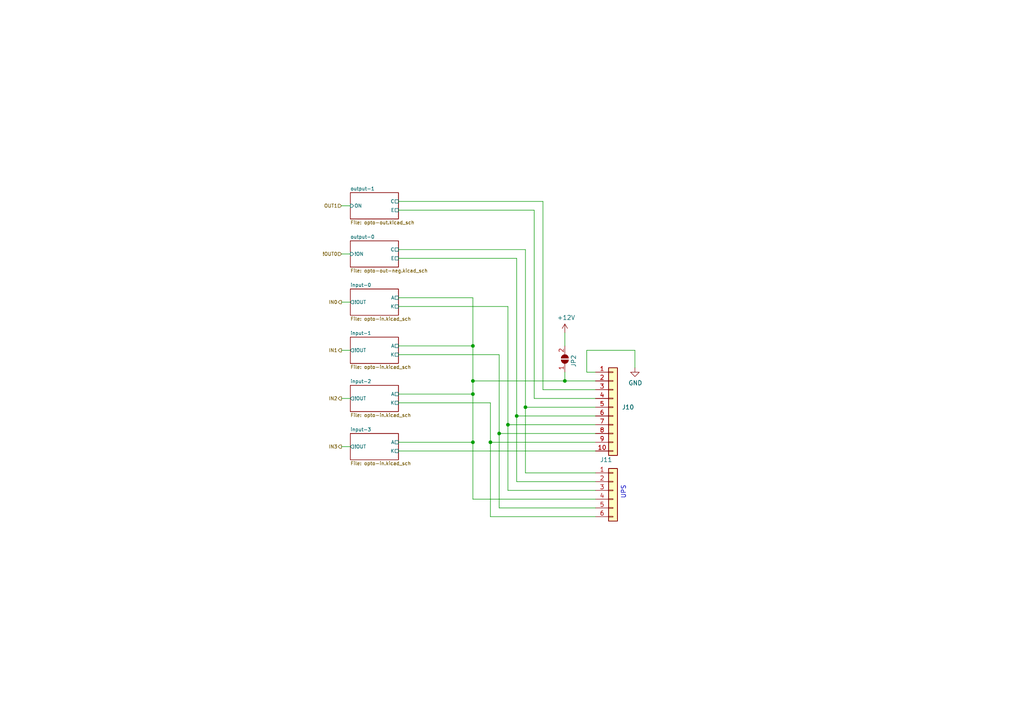
<source format=kicad_sch>
(kicad_sch (version 20211123) (generator eeschema)
  (paper "A4")
  (title_block (date "2023-04-28") (rev "0.1") (comment 1 "https://github.com/enriquewph/esp-plc"))
  (lib_symbols
    (symbol "Connector_Generic:Conn_01x06" (pin_names (offset 1.016) hide)
      (property "Reference" "J" (at 0 7.62 0))
      (property "Value" "Conn_01x06" (at 0 -10.16 0))
      (symbol "Conn_01x06_1_1"
        (rectangle (start -1.27 -7.493) (end 0 -7.747) (stroke (width 0.1524)))
        (rectangle (start -1.27 -4.953) (end 0 -5.207) (stroke (width 0.1524)))
        (rectangle (start -1.27 -2.413) (end 0 -2.667) (stroke (width 0.1524)))
        (rectangle (start -1.27 0.127) (end 0 -0.127) (stroke (width 0.1524)))
        (rectangle (start -1.27 2.667) (end 0 2.413) (stroke (width 0.1524)))
        (rectangle (start -1.27 5.207) (end 0 4.953) (stroke (width 0.1524)))
        (rectangle (start -1.27 6.35) (end 1.27 -8.89) (stroke (width 0.254)) (fill (type background)))
        (pin passive line (at -5.08 5.08 0) (length 3.81) (name "Pin_1") (number "1"))
        (pin passive line (at -5.08 2.54 0) (length 3.81) (name "Pin_2") (number "2"))
        (pin passive line (at -5.08 0 0) (length 3.81) (name "Pin_3") (number "3"))
        (pin passive line (at -5.08 -2.54 0) (length 3.81) (name "Pin_4") (number "4"))
        (pin passive line (at -5.08 -5.08 0) (length 3.81) (name "Pin_5") (number "5"))
        (pin passive line (at -5.08 -7.62 0) (length 3.81) (name "Pin_6") (number "6"))
      )
    )
    (symbol "Connector_Generic:Conn_01x10" (pin_names (offset 1.016) hide)
      (property "Reference" "J" (at 0 12.7 0))
      (property "Value" "Conn_01x10" (at 0 -15.24 0))
      (symbol "Conn_01x10_1_1"
        (rectangle (start -1.27 -12.573) (end 0 -12.827) (stroke (width 0.1524)))
        (rectangle (start -1.27 -10.033) (end 0 -10.287) (stroke (width 0.1524)))
        (rectangle (start -1.27 -7.493) (end 0 -7.747) (stroke (width 0.1524)))
        (rectangle (start -1.27 -4.953) (end 0 -5.207) (stroke (width 0.1524)))
        (rectangle (start -1.27 -2.413) (end 0 -2.667) (stroke (width 0.1524)))
        (rectangle (start -1.27 0.127) (end 0 -0.127) (stroke (width 0.1524)))
        (rectangle (start -1.27 2.667) (end 0 2.413) (stroke (width 0.1524)))
        (rectangle (start -1.27 5.207) (end 0 4.953) (stroke (width 0.1524)))
        (rectangle (start -1.27 7.747) (end 0 7.493) (stroke (width 0.1524)))
        (rectangle (start -1.27 10.287) (end 0 10.033) (stroke (width 0.1524)))
        (rectangle (start -1.27 11.43) (end 1.27 -13.97) (stroke (width 0.254)) (fill (type background)))
        (pin passive line (at -5.08 10.16 0) (length 3.81) (name "Pin_1") (number "1"))
        (pin passive line (at -5.08 -12.7 0) (length 3.81) (name "Pin_10") (number "10"))
        (pin passive line (at -5.08 7.62 0) (length 3.81) (name "Pin_2") (number "2"))
        (pin passive line (at -5.08 5.08 0) (length 3.81) (name "Pin_3") (number "3"))
        (pin passive line (at -5.08 2.54 0) (length 3.81) (name "Pin_4") (number "4"))
        (pin passive line (at -5.08 0 0) (length 3.81) (name "Pin_5") (number "5"))
        (pin passive line (at -5.08 -2.54 0) (length 3.81) (name "Pin_6") (number "6"))
        (pin passive line (at -5.08 -5.08 0) (length 3.81) (name "Pin_7") (number "7"))
        (pin passive line (at -5.08 -7.62 0) (length 3.81) (name "Pin_8") (number "8"))
        (pin passive line (at -5.08 -10.16 0) (length 3.81) (name "Pin_9") (number "9"))
      )
    )
    (symbol "Jumper:SolderJumper_2_Open" (pin_names (offset 0) hide)
      (property "Reference" "JP" (at 0 2.032 0))
      (property "Value" "SolderJumper_2_Open" (at 0 -2.54 0))
      (symbol "SolderJumper_2_Open_0_1"
        (arc (start -0.254 1.016) (mid -1.27 0) (end -0.254 -1.016))
        (arc (start -0.254 1.016) (mid -1.27 0) (end -0.254 -1.016) (fill (type outline)))
        (polyline (pts (xy -0.254 1.016) (xy -0.254 -1.016)))
        (polyline (pts (xy 0.254 1.016) (xy 0.254 -1.016)))
        (arc (start 0.254 -1.016) (mid 1.27 0) (end 0.254 1.016))
        (arc (start 0.254 -1.016) (mid 1.27 0) (end 0.254 1.016) (fill (type outline)))
      )
      (symbol "SolderJumper_2_Open_1_1"
        (pin passive line (at -3.81 0 0) (length 2.54) (name "A") (number "1"))
        (pin passive line (at 3.81 0 180) (length 2.54) (name "B") (number "2"))
      )
    )
    (symbol "power:+12V" (power) (pin_names (offset 0))
      (property "Value" "+12V" (at 0 3.556 0))
      (symbol "+12V_0_1"
        (polyline (pts (xy -0.762 1.27) (xy 0 2.54)))
        (polyline (pts (xy 0 0) (xy 0 2.54)))
        (polyline (pts (xy 0 2.54) (xy 0.762 1.27)))
      )
      (symbol "+12V_1_1"
        (pin power_in line (at 0 0 90) (length 0) hide (name "+12V") (number "1"))
      )
    )
    (symbol "power:GND" (power) (pin_names (offset 0))
      (property "Value" "GND" (at 0 -3.81 0))
      (symbol "GND_0_1"
        (polyline (pts (xy 0 0) (xy 0 -1.27) (xy 1.27 -1.27) (xy 0 -2.54) (xy -1.27 -1.27) (xy 0 -1.27)))
      )
      (symbol "GND_1_1"
        (pin power_in line (at 0 0 270) (length 0) hide (name "GND") (number "1"))
      )
    )
  )
  (junction (at 144.78 125.73))
  (junction (at 152.4 118.11))
  (junction (at 142.24 128.27))
  (junction (at 137.16 110.49))
  (junction (at 137.16 114.3))
  (junction (at 137.16 128.27))
  (junction (at 147.32 123.19))
  (junction (at 149.86 120.65))
  (junction (at 137.16 100.33))
  (junction (at 163.83 110.49))
  (wire (pts (xy 144.78 125.73) (xy 144.78 102.87)))
  (wire (pts (xy 137.16 114.3) (xy 137.16 128.27)))
  (wire (pts (xy 137.16 86.36) (xy 137.16 100.33)))
  (wire (pts (xy 142.24 128.27) (xy 142.24 116.84)))
  (wire (pts (xy 144.78 147.32) (xy 144.78 125.73)))
  (wire (pts (xy 170.18 107.95) (xy 172.72 107.95)))
  (wire (pts (xy 172.72 149.86) (xy 142.24 149.86)))
  (wire (pts (xy 115.57 58.42) (xy 157.48 58.42)))
  (wire (pts (xy 172.72 139.7) (xy 149.86 139.7)))
  (wire (pts (xy 163.83 107.95) (xy 163.83 110.49)))
  (wire (pts (xy 172.72 147.32) (xy 144.78 147.32)))
  (wire (pts (xy 149.86 120.65) (xy 149.86 139.7)))
  (wire (pts (xy 147.32 142.24) (xy 147.32 123.19)))
  (wire (pts (xy 137.16 144.78) (xy 172.72 144.78)))
  (wire (pts (xy 152.4 118.11) (xy 172.72 118.11)))
  (wire (pts (xy 99.06 73.66) (xy 101.6 73.66)))
  (wire (pts (xy 115.57 100.33) (xy 137.16 100.33)))
  (wire (pts (xy 137.16 110.49) (xy 163.83 110.49)))
  (wire (pts (xy 163.83 96.52) (xy 163.83 100.33)))
  (wire (pts (xy 115.57 116.84) (xy 142.24 116.84)))
  (wire (pts (xy 137.16 110.49) (xy 137.16 114.3)))
  (wire (pts (xy 184.15 106.68) (xy 184.15 101.6)))
  (wire (pts (xy 152.4 72.39) (xy 152.4 118.11)))
  (wire (pts (xy 154.94 115.57) (xy 154.94 60.96)))
  (wire (pts (xy 157.48 113.03) (xy 172.72 113.03)))
  (wire (pts (xy 115.57 74.93) (xy 149.86 74.93)))
  (wire (pts (xy 115.57 60.96) (xy 154.94 60.96)))
  (wire (pts (xy 170.18 101.6) (xy 170.18 107.95)))
  (wire (pts (xy 115.57 86.36) (xy 137.16 86.36)))
  (wire (pts (xy 149.86 120.65) (xy 172.72 120.65)))
  (wire (pts (xy 157.48 58.42) (xy 157.48 113.03)))
  (wire (pts (xy 144.78 125.73) (xy 172.72 125.73)))
  (wire (pts (xy 163.83 110.49) (xy 172.72 110.49)))
  (wire (pts (xy 137.16 100.33) (xy 137.16 110.49)))
  (wire (pts (xy 115.57 114.3) (xy 137.16 114.3)))
  (wire (pts (xy 147.32 123.19) (xy 172.72 123.19)))
  (wire (pts (xy 137.16 144.78) (xy 137.16 128.27)))
  (wire (pts (xy 99.06 129.54) (xy 101.6 129.54)))
  (wire (pts (xy 99.06 87.63) (xy 101.6 87.63)))
  (wire (pts (xy 152.4 118.11) (xy 152.4 137.16)))
  (wire (pts (xy 115.57 102.87) (xy 144.78 102.87)))
  (wire (pts (xy 149.86 74.93) (xy 149.86 120.65)))
  (wire (pts (xy 101.6 101.6) (xy 99.06 101.6)))
  (wire (pts (xy 147.32 123.19) (xy 147.32 88.9)))
  (wire (pts (xy 115.57 130.81) (xy 172.72 130.81)))
  (wire (pts (xy 142.24 128.27) (xy 172.72 128.27)))
  (wire (pts (xy 115.57 72.39) (xy 152.4 72.39)))
  (wire (pts (xy 172.72 115.57) (xy 154.94 115.57)))
  (wire (pts (xy 172.72 142.24) (xy 147.32 142.24)))
  (wire (pts (xy 142.24 149.86) (xy 142.24 128.27)))
  (wire (pts (xy 115.57 88.9) (xy 147.32 88.9)))
  (wire (pts (xy 152.4 137.16) (xy 172.72 137.16)))
  (wire (pts (xy 99.06 59.69) (xy 101.6 59.69)))
  (wire (pts (xy 115.57 128.27) (xy 137.16 128.27)))
  (wire (pts (xy 184.15 101.6) (xy 170.18 101.6)))
  (wire (pts (xy 99.06 115.57) (xy 101.6 115.57)))
  (text "UPS" (at 181.61 144.78 90) (effects (font (size 1.27 1.27)) (justify left bottom)))
  (hierarchical_label "!OUT0" (shape input) (at 99.06 73.66 180) (effects (font (size 0.9906 0.9906))))
  (hierarchical_label "IN2" (shape output) (at 99.06 115.57 180) (effects (font (size 0.9906 0.9906))))
  (hierarchical_label "OUT1" (shape input) (at 99.06 59.69 180) (effects (font (size 0.9906 0.9906))))
  (hierarchical_label "IN3" (shape output) (at 99.06 129.54 180) (effects (font (size 0.9906 0.9906))))
  (hierarchical_label "IN0" (shape output) (at 99.06 87.63 180) (effects (font (size 0.9906 0.9906))))
  (hierarchical_label "IN1" (shape output) (at 99.06 101.6 180) (effects (font (size 0.9906 0.9906))))
  (symbol (lib_id "Connector_Generic:Conn_01x06") (at 177.8 142.24 0) (unit 1) (in_bom no) (on_board no)
    (property "Reference" "J11" (at 173.99 133.35 0) (effects (justify left)))
    (property "Value" "Conn_01x06" (effects hide))
    (property "Footprint" "Connector_Molex:Molex_KK-254_AE-6410-06A_1x06_P2.54mm_Vertical" (effects hide))
    (property "Datasheet" "https://app.adam-tech.com/products/download/data_sheet/196588/lha-xx-ts-data-sheet.pdf" (effects hide))
    (property "manf#" "LHA-06-TS" (effects hide))
  )
  (symbol (lib_id "Jumper:SolderJumper_2_Open") (at 163.83 104.14 90) (unit 1)
    (property "Reference" "JP2" (at 166.37 102.87 0) (effects (justify right)))
    (property "Value" "SolderJumper_2_Open" (effects hide))
    (property "Footprint" "Jumper:SolderJumper-2_P1.3mm_Open_RoundedPad1.0x1.5mm" (effects hide))
  )
  (symbol (lib_id "power:+12V") (at 163.83 96.52 0) (unit 1)
    (property "Reference" "#PWR066" (effects hide))
    (property "Value" "+12V" (at 164.211 92.1258 0))
  )
  (symbol (lib_id "Connector_Generic:Conn_01x10") (at 177.8 118.11 0) (unit 1)
    (property "Reference" "J10" (at 180.34 118.1099 0) (effects (justify left)))
    (property "Value" "Conn_01x10" (effects hide))
    (property "Footprint" "Connector_Molex:Molex_KK-254_AE-6410-10A_1x10_P2.54mm_Vertical" (effects hide))
    (property "Datasheet" "https://app.adam-tech.com/products/download/data_sheet/196588/lha-xx-ts-data-sheet.pdf" (effects hide))
    (property "manf#" "LHA-10-TS" (effects hide))
  )
  (symbol (lib_id "power:GND") (at 184.15 106.68 0) (unit 1)
    (property "Reference" "#PWR067" (effects hide))
    (property "Value" "GND" (at 184.277 111.0742 0))
  )
  (sheet (at 101.6 69.85) (size 13.97 7.62)
    (property "Sheet name" "output-0" (at 101.6 69.2781 0) (effects (font (size 0.9906 0.9906)) (justify left bottom)))
    (property "Sheet file" "opto-out-neg.kicad_sch" (at 101.6 77.9428 0) (effects (font (size 0.9906 0.9906)) (justify left top)))
    (pin "!ON" input (at 101.6 73.66 180) (effects (font (size 0.9906 0.9906))))
    (pin "C" passive (at 115.57 72.39 0) (effects (font (size 0.9906 0.9906))))
    (pin "E" passive (at 115.57 74.93 0) (effects (font (size 0.9906 0.9906))))
  )
  (sheet (at 101.6 83.82) (size 13.97 7.62)
    (property "Sheet name" "input-0" (at 101.6 83.2481 0) (effects (font (size 0.9906 0.9906)) (justify left bottom)))
    (property "Sheet file" "opto-in.kicad_sch" (at 101.6 91.9128 0) (effects (font (size 0.9906 0.9906)) (justify left top)))
    (pin "!OUT" output (at 101.6 87.63 180) (effects (font (size 0.9906 0.9906))))
    (pin "A" passive (at 115.57 86.36 0) (effects (font (size 0.9906 0.9906))))
    (pin "K" passive (at 115.57 88.9 0) (effects (font (size 0.9906 0.9906))))
  )
  (sheet (at 101.6 55.88) (size 13.97 7.62)
    (property "Sheet name" "output-1" (at 101.6 55.3081 0) (effects (font (size 0.9906 0.9906)) (justify left bottom)))
    (property "Sheet file" "opto-out.kicad_sch" (at 101.6 63.9728 0) (effects (font (size 0.9906 0.9906)) (justify left top)))
    (pin "ON" input (at 101.6 59.69 180) (effects (font (size 0.9906 0.9906))))
    (pin "C" passive (at 115.57 58.42 0) (effects (font (size 0.9906 0.9906))))
    (pin "E" passive (at 115.57 60.96 0) (effects (font (size 0.9906 0.9906))))
  )
  (sheet (at 101.6 97.79) (size 13.97 7.62)
    (property "Sheet name" "input-1" (at 101.6 97.2181 0) (effects (font (size 0.9906 0.9906)) (justify left bottom)))
    (property "Sheet file" "opto-in.kicad_sch" (at 101.6 105.8828 0) (effects (font (size 0.9906 0.9906)) (justify left top)))
    (pin "!OUT" output (at 101.6 101.6 180) (effects (font (size 0.9906 0.9906))))
    (pin "A" passive (at 115.57 100.33 0) (effects (font (size 0.9906 0.9906))))
    (pin "K" passive (at 115.57 102.87 0) (effects (font (size 0.9906 0.9906))))
  )
  (sheet (at 101.6 111.76) (size 13.97 7.62)
    (property "Sheet name" "input-2" (at 101.6 111.1881 0) (effects (font (size 0.9906 0.9906)) (justify left bottom)))
    (property "Sheet file" "opto-in.kicad_sch" (at 101.6 119.8528 0) (effects (font (size 0.9906 0.9906)) (justify left top)))
    (pin "!OUT" output (at 101.6 115.57 180) (effects (font (size 0.9906 0.9906))))
    (pin "A" passive (at 115.57 114.3 0) (effects (font (size 0.9906 0.9906))))
    (pin "K" passive (at 115.57 116.84 0) (effects (font (size 0.9906 0.9906))))
  )
  (sheet (at 101.6 125.73) (size 13.97 7.62)
    (property "Sheet name" "input-3" (at 101.6 125.1581 0) (effects (font (size 0.9906 0.9906)) (justify left bottom)))
    (property "Sheet file" "opto-in.kicad_sch" (at 101.6 133.8228 0) (effects (font (size 0.9906 0.9906)) (justify left top)))
    (pin "!OUT" output (at 101.6 129.54 180) (effects (font (size 0.9906 0.9906))))
    (pin "A" passive (at 115.57 128.27 0) (effects (font (size 0.9906 0.9906))))
    (pin "K" passive (at 115.57 130.81 0) (effects (font (size 0.9906 0.9906))))
  )
)
</source>
